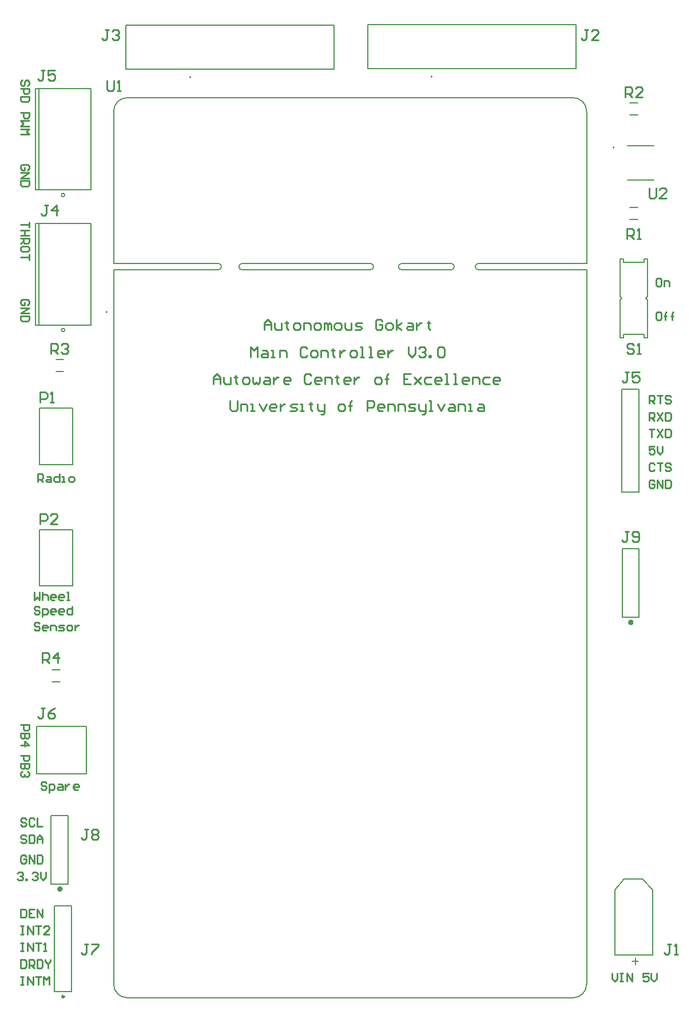
<source format=gto>
G04*
G04 #@! TF.GenerationSoftware,Altium Limited,Altium Designer,22.8.2 (66)*
G04*
G04 Layer_Color=65535*
%FSLAX42Y42*%
%MOMM*%
G71*
G04*
G04 #@! TF.SameCoordinates,2FBAE4DF-68DC-433E-BD2C-A1B06293C93E*
G04*
G04*
G04 #@! TF.FilePolarity,Positive*
G04*
G01*
G75*
%ADD10C,0.40*%
%ADD11C,0.20*%
%ADD12C,0.13*%
%ADD13C,0.20*%
%ADD14C,0.30*%
%ADD15C,0.25*%
D10*
X724Y1944D02*
G03*
X724Y1944I-20J0D01*
G01*
X9174Y5894D02*
G03*
X9174Y5894I-20J0D01*
G01*
D11*
X775Y10225D02*
G03*
X775Y10225I-25J0D01*
G01*
Y12225D02*
G03*
X775Y12225I-25J0D01*
G01*
X890Y6435D02*
Y7265D01*
X400Y6435D02*
X890D01*
X400D02*
Y7265D01*
X890D01*
Y8235D02*
Y9065D01*
X400Y8235D02*
X890D01*
X400D02*
Y9065D01*
X890D01*
D12*
X3049Y11117D02*
G03*
X3049Y11211I-1J47D01*
G01*
X3400D02*
G03*
X3400Y11117I1J-47D01*
G01*
X5300D02*
G03*
X5300Y11211I-1J47D01*
G01*
X5762D02*
G03*
X5762Y11117I1J-47D01*
G01*
X6494D02*
G03*
X6494Y11211I-1J47D01*
G01*
X6900D02*
G03*
X6900Y11117I1J-47D01*
G01*
X1700Y13667D02*
G03*
X1500Y13467I0J-200D01*
G01*
X8500D02*
G03*
X8300Y13667I-200J0D01*
G01*
Y333D02*
G03*
X8500Y533I0J200D01*
G01*
X1500D02*
G03*
X1700Y333I200J0D01*
G01*
X575Y2019D02*
X825D01*
Y3035D01*
X575D02*
X825D01*
X575Y2019D02*
Y3035D01*
X340Y10300D02*
Y11800D01*
X390D01*
X1160D01*
Y10300D02*
Y11800D01*
X340Y10300D02*
X1160D01*
X390D02*
Y11800D01*
X340Y12300D02*
Y13800D01*
X390D01*
X1160D01*
Y12300D02*
Y13800D01*
X340Y12300D02*
X1160D01*
X390D02*
Y13800D01*
X6900Y11211D02*
X8500D01*
X5762D02*
X6494D01*
X3400D02*
X5300D01*
X1500D02*
X3049D01*
X6900Y11117D02*
X8500D01*
X5762D02*
X6494D01*
X3400D02*
X5300D01*
X1500D02*
X3049D01*
X1500Y11211D02*
Y13467D01*
X1700Y13667D02*
X8300D01*
X8500Y11211D02*
Y13467D01*
Y533D02*
Y11117D01*
X1700Y333D02*
X8300D01*
X1500Y533D02*
Y11117D01*
X9025Y5969D02*
X9275D01*
Y6985D01*
X9025D02*
X9275D01*
X9025Y5969D02*
Y6985D01*
X9023Y7821D02*
X9277D01*
Y9345D01*
X9023D02*
X9277D01*
X9023Y7821D02*
Y9345D01*
X625Y423D02*
X875D01*
Y1693D01*
X625D02*
X875D01*
X625Y423D02*
Y1693D01*
X1100Y3650D02*
Y4350D01*
X360Y3650D02*
Y4350D01*
Y3650D02*
X1100D01*
X360Y4350D02*
X1100D01*
X645Y9612D02*
X761D01*
X645Y9788D02*
X761D01*
X9105Y12447D02*
X9495D01*
X9105Y12952D02*
X9495D01*
X1683Y14742D02*
X4763D01*
Y14092D02*
Y14742D01*
X1683Y14092D02*
Y14742D01*
Y14092D02*
X4763D01*
X592Y5188D02*
X708D01*
X592Y5012D02*
X708D01*
X5259Y14100D02*
X8340D01*
X5259D02*
Y14750D01*
X8340Y14100D02*
Y14750D01*
X5259D02*
X8340D01*
X8997Y10112D02*
X9048D01*
Y10163D01*
X9352D01*
Y10112D02*
Y10163D01*
Y10112D02*
X9403D01*
Y10671D01*
X9378Y10696D02*
X9403Y10671D01*
X9378Y10696D02*
X9403Y10721D01*
Y11280D01*
X9352D02*
X9403D01*
X9352Y11229D02*
Y11280D01*
X9048Y11229D02*
X9352D01*
X9048D02*
Y11280D01*
X8997D02*
X9048D01*
X8997Y10721D02*
Y11280D01*
Y10721D02*
X9022Y10696D01*
X8997Y10671D02*
X9022Y10696D01*
X8997Y10112D02*
Y10671D01*
X9142Y11862D02*
X9258D01*
X9142Y12038D02*
X9258D01*
X9142Y13588D02*
X9258D01*
X9142Y13412D02*
X9258D01*
X9057Y2090D02*
X9320D01*
X8920Y1933D02*
X9057Y2090D01*
X8920Y970D02*
X9480D01*
X9220Y820D02*
Y920D01*
X9170Y870D02*
X9270D01*
X8920Y970D02*
Y1933D01*
X9480Y970D02*
Y1933D01*
X9320Y2090D02*
X9323D01*
X9480Y1933D01*
D13*
X1406Y10493D02*
G03*
X1406Y10493I-10J0D01*
G01*
X8906Y12930D02*
G03*
X8906Y12930I-10J0D01*
G01*
X2641Y13972D02*
G03*
X2641Y13972I-10J0D01*
G01*
X6217Y13980D02*
G03*
X6217Y13980I-10J0D01*
G01*
D14*
X765Y350D02*
G03*
X765Y350I-15J0D01*
G01*
D15*
X225Y10595D02*
X245Y10615D01*
Y10655D01*
X225Y10675D01*
X145D01*
X125Y10655D01*
Y10615D01*
X145Y10595D01*
X185D01*
Y10635D01*
X125Y10555D02*
X245D01*
X125Y10475D01*
X245D01*
Y10435D02*
X125D01*
Y10375D01*
X145Y10355D01*
X225D01*
X245Y10375D01*
Y10435D01*
X125Y645D02*
X165D01*
X145D01*
Y525D01*
X125D01*
X165D01*
X225D02*
Y645D01*
X305Y525D01*
Y645D01*
X345D02*
X425D01*
X385D01*
Y525D01*
X465D02*
Y645D01*
X505Y605D01*
X545Y645D01*
Y525D01*
X125Y895D02*
Y775D01*
X185D01*
X205Y795D01*
Y875D01*
X185Y895D01*
X125D01*
X245Y775D02*
Y895D01*
X305D01*
X325Y875D01*
Y835D01*
X305Y815D01*
X245D01*
X285D02*
X325Y775D01*
X365Y895D02*
Y775D01*
X425D01*
X445Y795D01*
Y875D01*
X425Y895D01*
X365D01*
X485D02*
Y875D01*
X525Y835D01*
X565Y875D01*
Y895D01*
X525Y835D02*
Y775D01*
X125Y1145D02*
X165D01*
X145D01*
Y1025D01*
X125D01*
X165D01*
X225D02*
Y1145D01*
X305Y1025D01*
Y1145D01*
X345D02*
X425D01*
X385D01*
Y1025D01*
X465D02*
X505D01*
X485D01*
Y1145D01*
X465Y1125D01*
X125Y1395D02*
X165D01*
X145D01*
Y1275D01*
X125D01*
X165D01*
X225D02*
Y1395D01*
X305Y1275D01*
Y1395D01*
X345D02*
X425D01*
X385D01*
Y1275D01*
X545D02*
X465D01*
X545Y1355D01*
Y1375D01*
X525Y1395D01*
X485D01*
X465Y1375D01*
X125Y1645D02*
Y1525D01*
X185D01*
X205Y1545D01*
Y1625D01*
X185Y1645D01*
X125D01*
X325D02*
X245D01*
Y1525D01*
X325D01*
X245Y1585D02*
X285D01*
X365Y1525D02*
Y1645D01*
X445Y1525D01*
Y1645D01*
X75Y2175D02*
X95Y2195D01*
X135D01*
X155Y2175D01*
Y2155D01*
X135Y2135D01*
X115D01*
X135D01*
X155Y2115D01*
Y2095D01*
X135Y2075D01*
X95D01*
X75Y2095D01*
X195Y2075D02*
Y2095D01*
X215D01*
Y2075D01*
X195D01*
X295Y2175D02*
X315Y2195D01*
X355D01*
X375Y2175D01*
Y2155D01*
X355Y2135D01*
X335D01*
X355D01*
X375Y2115D01*
Y2095D01*
X355Y2075D01*
X315D01*
X295Y2095D01*
X415Y2195D02*
Y2115D01*
X455Y2075D01*
X495Y2115D01*
Y2195D01*
X205Y2425D02*
X185Y2445D01*
X145D01*
X125Y2425D01*
Y2345D01*
X145Y2325D01*
X185D01*
X205Y2345D01*
Y2385D01*
X165D01*
X245Y2325D02*
Y2445D01*
X325Y2325D01*
Y2445D01*
X365D02*
Y2325D01*
X425D01*
X445Y2345D01*
Y2425D01*
X425Y2445D01*
X365D01*
X205Y2725D02*
X185Y2745D01*
X145D01*
X125Y2725D01*
Y2705D01*
X145Y2685D01*
X185D01*
X205Y2665D01*
Y2645D01*
X185Y2625D01*
X145D01*
X125Y2645D01*
X245Y2745D02*
Y2625D01*
X305D01*
X325Y2645D01*
Y2725D01*
X305Y2745D01*
X245D01*
X365Y2625D02*
Y2705D01*
X405Y2745D01*
X445Y2705D01*
Y2625D01*
Y2685D01*
X365D01*
X205Y2975D02*
X185Y2995D01*
X145D01*
X125Y2975D01*
Y2955D01*
X145Y2935D01*
X185D01*
X205Y2915D01*
Y2895D01*
X185Y2875D01*
X145D01*
X125Y2895D01*
X325Y2975D02*
X305Y2995D01*
X265D01*
X245Y2975D01*
Y2895D01*
X265Y2875D01*
X305D01*
X325Y2895D01*
X365Y2995D02*
Y2875D01*
X445D01*
X3225Y9179D02*
Y9052D01*
X3251Y9026D01*
X3302D01*
X3327Y9052D01*
Y9179D01*
X3378Y9026D02*
Y9128D01*
X3454D01*
X3479Y9102D01*
Y9026D01*
X3530D02*
X3581D01*
X3555D01*
Y9128D01*
X3530D01*
X3657D02*
X3708Y9026D01*
X3759Y9128D01*
X3886Y9026D02*
X3835D01*
X3809Y9052D01*
Y9102D01*
X3835Y9128D01*
X3886D01*
X3911Y9102D01*
Y9077D01*
X3809D01*
X3962Y9128D02*
Y9026D01*
Y9077D01*
X3987Y9102D01*
X4013Y9128D01*
X4038D01*
X4114Y9026D02*
X4190D01*
X4216Y9052D01*
X4190Y9077D01*
X4140D01*
X4114Y9102D01*
X4140Y9128D01*
X4216D01*
X4266Y9026D02*
X4317D01*
X4292D01*
Y9128D01*
X4266D01*
X4419Y9153D02*
Y9128D01*
X4393D01*
X4444D01*
X4419D01*
Y9052D01*
X4444Y9026D01*
X4520Y9128D02*
Y9052D01*
X4546Y9026D01*
X4622D01*
Y9001D01*
X4597Y8975D01*
X4571D01*
X4622Y9026D02*
Y9128D01*
X4850Y9026D02*
X4901D01*
X4927Y9052D01*
Y9102D01*
X4901Y9128D01*
X4850D01*
X4825Y9102D01*
Y9052D01*
X4850Y9026D01*
X5003D02*
Y9153D01*
Y9102D01*
X4977D01*
X5028D01*
X5003D01*
Y9153D01*
X5028Y9179D01*
X5257Y9026D02*
Y9179D01*
X5333D01*
X5358Y9153D01*
Y9102D01*
X5333Y9077D01*
X5257D01*
X5485Y9026D02*
X5434D01*
X5409Y9052D01*
Y9102D01*
X5434Y9128D01*
X5485D01*
X5511Y9102D01*
Y9077D01*
X5409D01*
X5561Y9026D02*
Y9128D01*
X5638D01*
X5663Y9102D01*
Y9026D01*
X5714D02*
Y9128D01*
X5790D01*
X5815Y9102D01*
Y9026D01*
X5866D02*
X5942D01*
X5968Y9052D01*
X5942Y9077D01*
X5892D01*
X5866Y9102D01*
X5892Y9128D01*
X5968D01*
X6018D02*
Y9052D01*
X6044Y9026D01*
X6120D01*
Y9001D01*
X6095Y8975D01*
X6069D01*
X6120Y9026D02*
Y9128D01*
X6171Y9026D02*
X6222D01*
X6196D01*
Y9179D01*
X6171D01*
X6298Y9128D02*
X6349Y9026D01*
X6399Y9128D01*
X6476D02*
X6526D01*
X6552Y9102D01*
Y9026D01*
X6476D01*
X6450Y9052D01*
X6476Y9077D01*
X6552D01*
X6603Y9026D02*
Y9128D01*
X6679D01*
X6704Y9102D01*
Y9026D01*
X6755D02*
X6806D01*
X6780D01*
Y9128D01*
X6755D01*
X6907D02*
X6958D01*
X6983Y9102D01*
Y9026D01*
X6907D01*
X6882Y9052D01*
X6907Y9077D01*
X6983D01*
X2975Y9425D02*
Y9527D01*
X3026Y9578D01*
X3077Y9527D01*
Y9425D01*
Y9502D01*
X2975D01*
X3128Y9527D02*
Y9451D01*
X3153Y9425D01*
X3229D01*
Y9527D01*
X3305Y9552D02*
Y9527D01*
X3280D01*
X3331D01*
X3305D01*
Y9451D01*
X3331Y9425D01*
X3432D02*
X3483D01*
X3509Y9451D01*
Y9502D01*
X3483Y9527D01*
X3432D01*
X3407Y9502D01*
Y9451D01*
X3432Y9425D01*
X3559Y9527D02*
Y9451D01*
X3585Y9425D01*
X3610Y9451D01*
X3636Y9425D01*
X3661Y9451D01*
Y9527D01*
X3737D02*
X3788D01*
X3813Y9502D01*
Y9425D01*
X3737D01*
X3712Y9451D01*
X3737Y9476D01*
X3813D01*
X3864Y9527D02*
Y9425D01*
Y9476D01*
X3890Y9502D01*
X3915Y9527D01*
X3940D01*
X4093Y9425D02*
X4042D01*
X4016Y9451D01*
Y9502D01*
X4042Y9527D01*
X4093D01*
X4118Y9502D01*
Y9476D01*
X4016D01*
X4423Y9552D02*
X4397Y9578D01*
X4347D01*
X4321Y9552D01*
Y9451D01*
X4347Y9425D01*
X4397D01*
X4423Y9451D01*
X4550Y9425D02*
X4499D01*
X4474Y9451D01*
Y9502D01*
X4499Y9527D01*
X4550D01*
X4575Y9502D01*
Y9476D01*
X4474D01*
X4626Y9425D02*
Y9527D01*
X4702D01*
X4727Y9502D01*
Y9425D01*
X4804Y9552D02*
Y9527D01*
X4778D01*
X4829D01*
X4804D01*
Y9451D01*
X4829Y9425D01*
X4981D02*
X4931D01*
X4905Y9451D01*
Y9502D01*
X4931Y9527D01*
X4981D01*
X5007Y9502D01*
Y9476D01*
X4905D01*
X5058Y9527D02*
Y9425D01*
Y9476D01*
X5083Y9502D01*
X5108Y9527D01*
X5134D01*
X5388Y9425D02*
X5438D01*
X5464Y9451D01*
Y9502D01*
X5438Y9527D01*
X5388D01*
X5362Y9502D01*
Y9451D01*
X5388Y9425D01*
X5540D02*
Y9552D01*
Y9502D01*
X5515D01*
X5565D01*
X5540D01*
Y9552D01*
X5565Y9578D01*
X5895D02*
X5794D01*
Y9425D01*
X5895D01*
X5794Y9502D02*
X5845D01*
X5946Y9527D02*
X6048Y9425D01*
X5997Y9476D01*
X6048Y9527D01*
X5946Y9425D01*
X6200Y9527D02*
X6124D01*
X6099Y9502D01*
Y9451D01*
X6124Y9425D01*
X6200D01*
X6327D02*
X6276D01*
X6251Y9451D01*
Y9502D01*
X6276Y9527D01*
X6327D01*
X6353Y9502D01*
Y9476D01*
X6251D01*
X6403Y9425D02*
X6454D01*
X6429D01*
Y9578D01*
X6403D01*
X6530Y9425D02*
X6581D01*
X6556D01*
Y9578D01*
X6530D01*
X6733Y9425D02*
X6683D01*
X6657Y9451D01*
Y9502D01*
X6683Y9527D01*
X6733D01*
X6759Y9502D01*
Y9476D01*
X6657D01*
X6810Y9425D02*
Y9527D01*
X6886D01*
X6911Y9502D01*
Y9425D01*
X7063Y9527D02*
X6987D01*
X6962Y9502D01*
Y9451D01*
X6987Y9425D01*
X7063D01*
X7190D02*
X7140D01*
X7114Y9451D01*
Y9502D01*
X7140Y9527D01*
X7190D01*
X7216Y9502D01*
Y9476D01*
X7114D01*
X3525Y9825D02*
Y9978D01*
X3576Y9927D01*
X3627Y9978D01*
Y9825D01*
X3703Y9927D02*
X3754D01*
X3779Y9902D01*
Y9825D01*
X3703D01*
X3678Y9851D01*
X3703Y9876D01*
X3779D01*
X3830Y9825D02*
X3881D01*
X3855D01*
Y9927D01*
X3830D01*
X3957Y9825D02*
Y9927D01*
X4033D01*
X4059Y9902D01*
Y9825D01*
X4363Y9952D02*
X4338Y9978D01*
X4287D01*
X4262Y9952D01*
Y9851D01*
X4287Y9825D01*
X4338D01*
X4363Y9851D01*
X4440Y9825D02*
X4490D01*
X4516Y9851D01*
Y9902D01*
X4490Y9927D01*
X4440D01*
X4414Y9902D01*
Y9851D01*
X4440Y9825D01*
X4566D02*
Y9927D01*
X4643D01*
X4668Y9902D01*
Y9825D01*
X4744Y9952D02*
Y9927D01*
X4719D01*
X4770D01*
X4744D01*
Y9851D01*
X4770Y9825D01*
X4846Y9927D02*
Y9825D01*
Y9876D01*
X4871Y9902D01*
X4897Y9927D01*
X4922D01*
X5024Y9825D02*
X5074D01*
X5100Y9851D01*
Y9902D01*
X5074Y9927D01*
X5024D01*
X4998Y9902D01*
Y9851D01*
X5024Y9825D01*
X5150D02*
X5201D01*
X5176D01*
Y9978D01*
X5150D01*
X5277Y9825D02*
X5328D01*
X5303D01*
Y9978D01*
X5277D01*
X5481Y9825D02*
X5430D01*
X5404Y9851D01*
Y9902D01*
X5430Y9927D01*
X5481D01*
X5506Y9902D01*
Y9876D01*
X5404D01*
X5557Y9927D02*
Y9825D01*
Y9876D01*
X5582Y9902D01*
X5608Y9927D01*
X5633D01*
X5861Y9978D02*
Y9876D01*
X5912Y9825D01*
X5963Y9876D01*
Y9978D01*
X6014Y9952D02*
X6039Y9978D01*
X6090D01*
X6115Y9952D01*
Y9927D01*
X6090Y9902D01*
X6065D01*
X6090D01*
X6115Y9876D01*
Y9851D01*
X6090Y9825D01*
X6039D01*
X6014Y9851D01*
X6166Y9825D02*
Y9851D01*
X6192D01*
Y9825D01*
X6166D01*
X6293Y9952D02*
X6318Y9978D01*
X6369D01*
X6395Y9952D01*
Y9851D01*
X6369Y9825D01*
X6318D01*
X6293Y9851D01*
Y9952D01*
X3725Y10225D02*
Y10327D01*
X3776Y10378D01*
X3827Y10327D01*
Y10225D01*
Y10302D01*
X3725D01*
X3878Y10327D02*
Y10251D01*
X3903Y10225D01*
X3979D01*
Y10327D01*
X4055Y10352D02*
Y10327D01*
X4030D01*
X4081D01*
X4055D01*
Y10251D01*
X4081Y10225D01*
X4182D02*
X4233D01*
X4259Y10251D01*
Y10302D01*
X4233Y10327D01*
X4182D01*
X4157Y10302D01*
Y10251D01*
X4182Y10225D01*
X4309D02*
Y10327D01*
X4386D01*
X4411Y10302D01*
Y10225D01*
X4487D02*
X4538D01*
X4563Y10251D01*
Y10302D01*
X4538Y10327D01*
X4487D01*
X4462Y10302D01*
Y10251D01*
X4487Y10225D01*
X4614D02*
Y10327D01*
X4640D01*
X4665Y10302D01*
Y10225D01*
Y10302D01*
X4690Y10327D01*
X4716Y10302D01*
Y10225D01*
X4792D02*
X4843D01*
X4868Y10251D01*
Y10302D01*
X4843Y10327D01*
X4792D01*
X4766Y10302D01*
Y10251D01*
X4792Y10225D01*
X4919Y10327D02*
Y10251D01*
X4944Y10225D01*
X5020D01*
Y10327D01*
X5071Y10225D02*
X5147D01*
X5173Y10251D01*
X5147Y10276D01*
X5097D01*
X5071Y10302D01*
X5097Y10327D01*
X5173D01*
X5477Y10352D02*
X5452Y10378D01*
X5401D01*
X5376Y10352D01*
Y10251D01*
X5401Y10225D01*
X5452D01*
X5477Y10251D01*
Y10302D01*
X5427D01*
X5554Y10225D02*
X5604D01*
X5630Y10251D01*
Y10302D01*
X5604Y10327D01*
X5554D01*
X5528Y10302D01*
Y10251D01*
X5554Y10225D01*
X5681D02*
Y10378D01*
Y10276D02*
X5757Y10327D01*
X5681Y10276D02*
X5757Y10225D01*
X5858Y10327D02*
X5909D01*
X5934Y10302D01*
Y10225D01*
X5858D01*
X5833Y10251D01*
X5858Y10276D01*
X5934D01*
X5985Y10327D02*
Y10225D01*
Y10276D01*
X6011Y10302D01*
X6036Y10327D01*
X6061D01*
X6163Y10352D02*
Y10327D01*
X6138D01*
X6188D01*
X6163D01*
Y10251D01*
X6188Y10225D01*
X505Y3515D02*
X485Y3535D01*
X445D01*
X425Y3515D01*
Y3495D01*
X445Y3475D01*
X485D01*
X505Y3455D01*
Y3435D01*
X485Y3415D01*
X445D01*
X425Y3435D01*
X545Y3375D02*
Y3495D01*
X605D01*
X625Y3475D01*
Y3435D01*
X605Y3415D01*
X545D01*
X685Y3495D02*
X725D01*
X745Y3475D01*
Y3415D01*
X685D01*
X665Y3435D01*
X685Y3455D01*
X745D01*
X785Y3495D02*
Y3415D01*
Y3455D01*
X805Y3475D01*
X825Y3495D01*
X845D01*
X965Y3415D02*
X925D01*
X905Y3435D01*
Y3475D01*
X925Y3495D01*
X965D01*
X985Y3475D01*
Y3455D01*
X905D01*
X125Y3925D02*
X245D01*
Y3865D01*
X225Y3845D01*
X185D01*
X165Y3865D01*
Y3925D01*
X245Y3805D02*
X125D01*
Y3745D01*
X145Y3725D01*
X165D01*
X185Y3745D01*
Y3805D01*
Y3745D01*
X205Y3725D01*
X225D01*
X245Y3745D01*
Y3805D01*
X225Y3685D02*
X245Y3665D01*
Y3625D01*
X225Y3605D01*
X205D01*
X185Y3625D01*
Y3645D01*
Y3625D01*
X165Y3605D01*
X145D01*
X125Y3625D01*
Y3665D01*
X145Y3685D01*
X125Y4375D02*
X245D01*
Y4315D01*
X225Y4295D01*
X185D01*
X165Y4315D01*
Y4375D01*
X245Y4255D02*
X125D01*
Y4195D01*
X145Y4175D01*
X165D01*
X185Y4195D01*
Y4255D01*
Y4195D01*
X205Y4175D01*
X225D01*
X245Y4195D01*
Y4255D01*
X125Y4075D02*
X245D01*
X185Y4135D01*
Y4055D01*
X8875Y695D02*
Y615D01*
X8915Y575D01*
X8955Y615D01*
Y695D01*
X8995D02*
X9035D01*
X9015D01*
Y575D01*
X8995D01*
X9035D01*
X9095D02*
Y695D01*
X9175Y575D01*
Y695D01*
X9415D02*
X9335D01*
Y635D01*
X9375Y655D01*
X9395D01*
X9415Y635D01*
Y595D01*
X9395Y575D01*
X9355D01*
X9335Y595D01*
X9455Y695D02*
Y615D01*
X9495Y575D01*
X9535Y615D01*
Y695D01*
X9505Y7985D02*
X9485Y8005D01*
X9445D01*
X9425Y7985D01*
Y7905D01*
X9445Y7885D01*
X9485D01*
X9505Y7905D01*
Y7945D01*
X9465D01*
X9545Y7885D02*
Y8005D01*
X9625Y7885D01*
Y8005D01*
X9665D02*
Y7885D01*
X9725D01*
X9745Y7905D01*
Y7985D01*
X9725Y8005D01*
X9665D01*
X9505Y8235D02*
X9485Y8255D01*
X9445D01*
X9425Y8235D01*
Y8155D01*
X9445Y8135D01*
X9485D01*
X9505Y8155D01*
X9545Y8255D02*
X9625D01*
X9585D01*
Y8135D01*
X9745Y8235D02*
X9725Y8255D01*
X9685D01*
X9665Y8235D01*
Y8215D01*
X9685Y8195D01*
X9725D01*
X9745Y8175D01*
Y8155D01*
X9725Y8135D01*
X9685D01*
X9665Y8155D01*
X9505Y8505D02*
X9425D01*
Y8445D01*
X9465Y8465D01*
X9485D01*
X9505Y8445D01*
Y8405D01*
X9485Y8385D01*
X9445D01*
X9425Y8405D01*
X9545Y8505D02*
Y8425D01*
X9585Y8385D01*
X9625Y8425D01*
Y8505D01*
X9425Y8755D02*
X9505D01*
X9465D01*
Y8635D01*
X9545Y8755D02*
X9625Y8635D01*
Y8755D02*
X9545Y8635D01*
X9665Y8755D02*
Y8635D01*
X9725D01*
X9745Y8655D01*
Y8735D01*
X9725Y8755D01*
X9665D01*
X9425Y8885D02*
Y9005D01*
X9485D01*
X9505Y8985D01*
Y8945D01*
X9485Y8925D01*
X9425D01*
X9465D02*
X9505Y8885D01*
X9545Y9005D02*
X9625Y8885D01*
Y9005D02*
X9545Y8885D01*
X9665Y9005D02*
Y8885D01*
X9725D01*
X9745Y8905D01*
Y8985D01*
X9725Y9005D01*
X9665D01*
X9425Y9135D02*
Y9255D01*
X9485D01*
X9505Y9235D01*
Y9195D01*
X9485Y9175D01*
X9425D01*
X9465D02*
X9505Y9135D01*
X9545Y9255D02*
X9625D01*
X9585D01*
Y9135D01*
X9745Y9235D02*
X9725Y9255D01*
X9685D01*
X9665Y9235D01*
Y9215D01*
X9685Y9195D01*
X9725D01*
X9745Y9175D01*
Y9155D01*
X9725Y9135D01*
X9685D01*
X9665Y9155D01*
X9585Y10495D02*
X9545D01*
X9525Y10475D01*
Y10395D01*
X9545Y10375D01*
X9585D01*
X9605Y10395D01*
Y10475D01*
X9585Y10495D01*
X9665Y10375D02*
Y10475D01*
Y10435D01*
X9645D01*
X9685D01*
X9665D01*
Y10475D01*
X9685Y10495D01*
X9765Y10375D02*
Y10475D01*
Y10435D01*
X9745D01*
X9785D01*
X9765D01*
Y10475D01*
X9785Y10495D01*
X9585Y10995D02*
X9545D01*
X9525Y10975D01*
Y10895D01*
X9545Y10875D01*
X9585D01*
X9605Y10895D01*
Y10975D01*
X9585Y10995D01*
X9645Y10875D02*
Y10955D01*
X9705D01*
X9725Y10935D01*
Y10875D01*
X405Y5875D02*
X385Y5895D01*
X345D01*
X325Y5875D01*
Y5855D01*
X345Y5835D01*
X385D01*
X405Y5815D01*
Y5795D01*
X385Y5775D01*
X345D01*
X325Y5795D01*
X505Y5775D02*
X465D01*
X445Y5795D01*
Y5835D01*
X465Y5855D01*
X505D01*
X525Y5835D01*
Y5815D01*
X445D01*
X565Y5775D02*
Y5855D01*
X625D01*
X645Y5835D01*
Y5775D01*
X685D02*
X745D01*
X765Y5795D01*
X745Y5815D01*
X705D01*
X685Y5835D01*
X705Y5855D01*
X765D01*
X825Y5775D02*
X865D01*
X885Y5795D01*
Y5835D01*
X865Y5855D01*
X825D01*
X805Y5835D01*
Y5795D01*
X825Y5775D01*
X925Y5855D02*
Y5775D01*
Y5815D01*
X945Y5835D01*
X965Y5855D01*
X985D01*
X245Y11825D02*
Y11745D01*
Y11785D01*
X125D01*
X245Y11705D02*
X125D01*
X185D01*
Y11625D01*
X245D01*
X125D01*
Y11585D02*
X245D01*
Y11525D01*
X225Y11505D01*
X185D01*
X165Y11525D01*
Y11585D01*
Y11545D02*
X125Y11505D01*
X245Y11405D02*
Y11445D01*
X225Y11465D01*
X145D01*
X125Y11445D01*
Y11405D01*
X145Y11385D01*
X225D01*
X245Y11405D01*
Y11345D02*
Y11265D01*
Y11305D01*
X125D01*
X405Y6115D02*
X385Y6135D01*
X345D01*
X325Y6115D01*
Y6095D01*
X345Y6075D01*
X385D01*
X405Y6055D01*
Y6035D01*
X385Y6015D01*
X345D01*
X325Y6035D01*
X445Y5975D02*
Y6095D01*
X505D01*
X525Y6075D01*
Y6035D01*
X505Y6015D01*
X445D01*
X625D02*
X585D01*
X565Y6035D01*
Y6075D01*
X585Y6095D01*
X625D01*
X645Y6075D01*
Y6055D01*
X565D01*
X745Y6015D02*
X705D01*
X685Y6035D01*
Y6075D01*
X705Y6095D01*
X745D01*
X765Y6075D01*
Y6055D01*
X685D01*
X885Y6135D02*
Y6015D01*
X825D01*
X805Y6035D01*
Y6075D01*
X825Y6095D01*
X885D01*
X325Y6345D02*
Y6225D01*
X365Y6265D01*
X405Y6225D01*
Y6345D01*
X445D02*
Y6225D01*
Y6285D01*
X465Y6305D01*
X505D01*
X525Y6285D01*
Y6225D01*
X625D02*
X585D01*
X565Y6245D01*
Y6285D01*
X585Y6305D01*
X625D01*
X645Y6285D01*
Y6265D01*
X565D01*
X745Y6225D02*
X705D01*
X685Y6245D01*
Y6285D01*
X705Y6305D01*
X745D01*
X765Y6285D01*
Y6265D01*
X685D01*
X805Y6225D02*
X845D01*
X825D01*
Y6345D01*
X805D01*
X375Y7975D02*
Y8095D01*
X435D01*
X455Y8075D01*
Y8035D01*
X435Y8015D01*
X375D01*
X415D02*
X455Y7975D01*
X515Y8055D02*
X555D01*
X575Y8035D01*
Y7975D01*
X515D01*
X495Y7995D01*
X515Y8015D01*
X575D01*
X695Y8095D02*
Y7975D01*
X635D01*
X615Y7995D01*
Y8035D01*
X635Y8055D01*
X695D01*
X735Y7975D02*
X775D01*
X755D01*
Y8055D01*
X735D01*
X855Y7975D02*
X895D01*
X915Y7995D01*
Y8035D01*
X895Y8055D01*
X855D01*
X835Y8035D01*
Y7995D01*
X855Y7975D01*
X225Y12595D02*
X245Y12615D01*
Y12655D01*
X225Y12675D01*
X145D01*
X125Y12655D01*
Y12615D01*
X145Y12595D01*
X185D01*
Y12635D01*
X125Y12555D02*
X245D01*
X125Y12475D01*
X245D01*
Y12435D02*
X125D01*
Y12375D01*
X145Y12355D01*
X225D01*
X245Y12375D01*
Y12435D01*
X225Y13845D02*
X245Y13865D01*
Y13905D01*
X225Y13925D01*
X205D01*
X185Y13905D01*
Y13865D01*
X165Y13845D01*
X145D01*
X125Y13865D01*
Y13905D01*
X145Y13925D01*
X125Y13805D02*
X245D01*
Y13745D01*
X225Y13725D01*
X185D01*
X165Y13745D01*
Y13805D01*
X245Y13685D02*
X125D01*
Y13625D01*
X145Y13605D01*
X225D01*
X245Y13625D01*
Y13685D01*
X125Y13445D02*
X245D01*
Y13385D01*
X225Y13365D01*
X185D01*
X165Y13385D01*
Y13445D01*
X245Y13325D02*
X125D01*
X165Y13285D01*
X125Y13245D01*
X245D01*
X125Y13205D02*
X245D01*
X205Y13165D01*
X245Y13125D01*
X125D01*
X9124Y7241D02*
X9073D01*
X9098D01*
Y7115D01*
X9073Y7089D01*
X9047D01*
X9022Y7115D01*
X9174D02*
X9200Y7089D01*
X9251D01*
X9276Y7115D01*
Y7216D01*
X9251Y7241D01*
X9200D01*
X9174Y7216D01*
Y7191D01*
X9200Y7165D01*
X9276D01*
X1125Y2826D02*
X1074D01*
X1099D01*
Y2699D01*
X1074Y2674D01*
X1048D01*
X1023Y2699D01*
X1175Y2801D02*
X1201Y2826D01*
X1252D01*
X1277Y2801D01*
Y2775D01*
X1252Y2750D01*
X1277Y2725D01*
Y2699D01*
X1252Y2674D01*
X1201D01*
X1175Y2699D01*
Y2725D01*
X1201Y2750D01*
X1175Y2775D01*
Y2801D01*
X1201Y2750D02*
X1252D01*
X1125Y1126D02*
X1074D01*
X1099D01*
Y999D01*
X1074Y974D01*
X1048D01*
X1023Y999D01*
X1175Y1126D02*
X1277D01*
Y1101D01*
X1175Y999D01*
Y974D01*
X475Y4626D02*
X424D01*
X449D01*
Y4499D01*
X424Y4474D01*
X398D01*
X373Y4499D01*
X627Y4626D02*
X576Y4601D01*
X525Y4550D01*
Y4499D01*
X551Y4474D01*
X602D01*
X627Y4499D01*
Y4525D01*
X602Y4550D01*
X525D01*
X9126Y9599D02*
X9075D01*
X9101D01*
Y9472D01*
X9075Y9446D01*
X9050D01*
X9025Y9472D01*
X9279Y9599D02*
X9177D01*
Y9522D01*
X9228Y9548D01*
X9253D01*
X9279Y9522D01*
Y9472D01*
X9253Y9446D01*
X9202D01*
X9177Y9472D01*
X1402Y13924D02*
Y13797D01*
X1427Y13772D01*
X1478D01*
X1504Y13797D01*
Y13924D01*
X1554Y13772D02*
X1605D01*
X1580D01*
Y13924D01*
X1554Y13899D01*
X445Y5293D02*
Y5446D01*
X521D01*
X546Y5420D01*
Y5370D01*
X521Y5344D01*
X445D01*
X495D02*
X546Y5293D01*
X673D02*
Y5446D01*
X597Y5370D01*
X698D01*
X414Y7351D02*
Y7503D01*
X490D01*
X516Y7478D01*
Y7427D01*
X490Y7402D01*
X414D01*
X668Y7351D02*
X566D01*
X668Y7452D01*
Y7478D01*
X643Y7503D01*
X592D01*
X566Y7478D01*
X414Y9152D02*
Y9304D01*
X490D01*
X516Y9279D01*
Y9228D01*
X490Y9202D01*
X414D01*
X566Y9152D02*
X617D01*
X592D01*
Y9304D01*
X566Y9279D01*
X573Y9874D02*
Y10026D01*
X649D01*
X675Y10001D01*
Y9950D01*
X649Y9925D01*
X573D01*
X624D02*
X675Y9874D01*
X725Y10001D02*
X751Y10026D01*
X802D01*
X827Y10001D01*
Y9975D01*
X802Y9950D01*
X776D01*
X802D01*
X827Y9925D01*
Y9899D01*
X802Y9874D01*
X751D01*
X725Y9899D01*
X525Y12076D02*
X474D01*
X499D01*
Y11949D01*
X474Y11924D01*
X448D01*
X423Y11949D01*
X652Y11924D02*
Y12076D01*
X575Y12000D01*
X677D01*
X475Y14076D02*
X424D01*
X449D01*
Y13949D01*
X424Y13924D01*
X398D01*
X373Y13949D01*
X627Y14076D02*
X525D01*
Y14000D01*
X576Y14025D01*
X602D01*
X627Y14000D01*
Y13949D01*
X602Y13924D01*
X551D01*
X525Y13949D01*
X1425Y14676D02*
X1374D01*
X1399D01*
Y14549D01*
X1374Y14524D01*
X1348D01*
X1323Y14549D01*
X1475Y14651D02*
X1501Y14676D01*
X1552D01*
X1577Y14651D01*
Y14625D01*
X1552Y14600D01*
X1526D01*
X1552D01*
X1577Y14575D01*
Y14549D01*
X1552Y14524D01*
X1501D01*
X1475Y14549D01*
X8525Y14676D02*
X8474D01*
X8499D01*
Y14549D01*
X8474Y14524D01*
X8448D01*
X8423Y14549D01*
X8677Y14524D02*
X8575D01*
X8677Y14625D01*
Y14651D01*
X8652Y14676D01*
X8601D01*
X8575Y14651D01*
X9423Y12326D02*
Y12199D01*
X9448Y12174D01*
X9499D01*
X9525Y12199D01*
Y12326D01*
X9677Y12174D02*
X9575D01*
X9677Y12275D01*
Y12301D01*
X9652Y12326D01*
X9601D01*
X9575Y12301D01*
X9200Y10001D02*
X9175Y10026D01*
X9124D01*
X9098Y10001D01*
Y9975D01*
X9124Y9950D01*
X9175D01*
X9200Y9925D01*
Y9899D01*
X9175Y9874D01*
X9124D01*
X9098Y9899D01*
X9251Y9874D02*
X9302D01*
X9276D01*
Y10026D01*
X9251Y10001D01*
X9073Y13674D02*
Y13826D01*
X9149D01*
X9175Y13801D01*
Y13750D01*
X9149Y13725D01*
X9073D01*
X9124D02*
X9175Y13674D01*
X9327D02*
X9225D01*
X9327Y13775D01*
Y13801D01*
X9302Y13826D01*
X9251D01*
X9225Y13801D01*
X9098Y11574D02*
Y11726D01*
X9175D01*
X9200Y11701D01*
Y11650D01*
X9175Y11625D01*
X9098D01*
X9149D02*
X9200Y11574D01*
X9251D02*
X9302D01*
X9276D01*
Y11726D01*
X9251Y11701D01*
X9750Y1126D02*
X9699D01*
X9725D01*
Y999D01*
X9699Y974D01*
X9674D01*
X9648Y999D01*
X9801Y974D02*
X9852D01*
X9826D01*
Y1126D01*
X9801Y1101D01*
M02*

</source>
